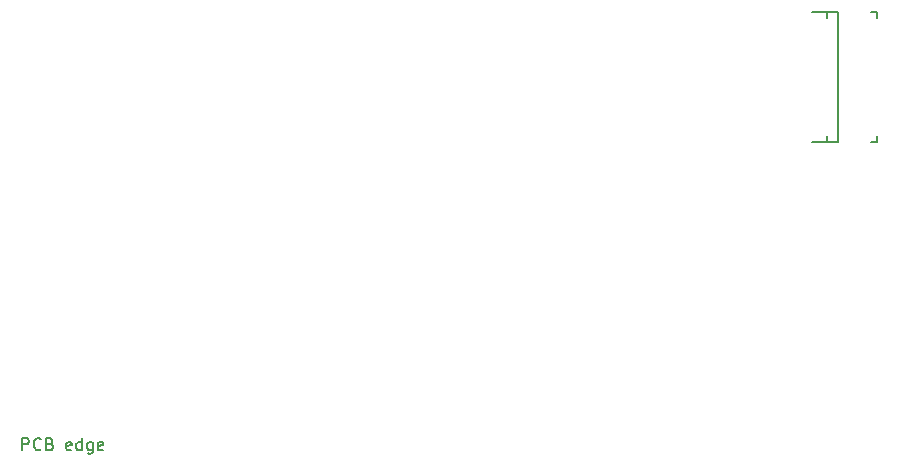
<source format=gbr>
%TF.GenerationSoftware,KiCad,Pcbnew,7.0.9*%
%TF.CreationDate,2024-02-28T20:27:22+01:00*%
%TF.ProjectId,logger_pcb_kicad,6c6f6767-6572-45f7-9063-625f6b696361,rev?*%
%TF.SameCoordinates,Original*%
%TF.FileFunction,OtherDrawing,Comment*%
%FSLAX46Y46*%
G04 Gerber Fmt 4.6, Leading zero omitted, Abs format (unit mm)*
G04 Created by KiCad (PCBNEW 7.0.9) date 2024-02-28 20:27:22*
%MOMM*%
%LPD*%
G01*
G04 APERTURE LIST*
%ADD10C,0.150000*%
G04 APERTURE END LIST*
D10*
X127445238Y-136104819D02*
X127445238Y-135104819D01*
X127445238Y-135104819D02*
X127826190Y-135104819D01*
X127826190Y-135104819D02*
X127921428Y-135152438D01*
X127921428Y-135152438D02*
X127969047Y-135200057D01*
X127969047Y-135200057D02*
X128016666Y-135295295D01*
X128016666Y-135295295D02*
X128016666Y-135438152D01*
X128016666Y-135438152D02*
X127969047Y-135533390D01*
X127969047Y-135533390D02*
X127921428Y-135581009D01*
X127921428Y-135581009D02*
X127826190Y-135628628D01*
X127826190Y-135628628D02*
X127445238Y-135628628D01*
X129016666Y-136009580D02*
X128969047Y-136057200D01*
X128969047Y-136057200D02*
X128826190Y-136104819D01*
X128826190Y-136104819D02*
X128730952Y-136104819D01*
X128730952Y-136104819D02*
X128588095Y-136057200D01*
X128588095Y-136057200D02*
X128492857Y-135961961D01*
X128492857Y-135961961D02*
X128445238Y-135866723D01*
X128445238Y-135866723D02*
X128397619Y-135676247D01*
X128397619Y-135676247D02*
X128397619Y-135533390D01*
X128397619Y-135533390D02*
X128445238Y-135342914D01*
X128445238Y-135342914D02*
X128492857Y-135247676D01*
X128492857Y-135247676D02*
X128588095Y-135152438D01*
X128588095Y-135152438D02*
X128730952Y-135104819D01*
X128730952Y-135104819D02*
X128826190Y-135104819D01*
X128826190Y-135104819D02*
X128969047Y-135152438D01*
X128969047Y-135152438D02*
X129016666Y-135200057D01*
X129778571Y-135581009D02*
X129921428Y-135628628D01*
X129921428Y-135628628D02*
X129969047Y-135676247D01*
X129969047Y-135676247D02*
X130016666Y-135771485D01*
X130016666Y-135771485D02*
X130016666Y-135914342D01*
X130016666Y-135914342D02*
X129969047Y-136009580D01*
X129969047Y-136009580D02*
X129921428Y-136057200D01*
X129921428Y-136057200D02*
X129826190Y-136104819D01*
X129826190Y-136104819D02*
X129445238Y-136104819D01*
X129445238Y-136104819D02*
X129445238Y-135104819D01*
X129445238Y-135104819D02*
X129778571Y-135104819D01*
X129778571Y-135104819D02*
X129873809Y-135152438D01*
X129873809Y-135152438D02*
X129921428Y-135200057D01*
X129921428Y-135200057D02*
X129969047Y-135295295D01*
X129969047Y-135295295D02*
X129969047Y-135390533D01*
X129969047Y-135390533D02*
X129921428Y-135485771D01*
X129921428Y-135485771D02*
X129873809Y-135533390D01*
X129873809Y-135533390D02*
X129778571Y-135581009D01*
X129778571Y-135581009D02*
X129445238Y-135581009D01*
X131588095Y-136057200D02*
X131492857Y-136104819D01*
X131492857Y-136104819D02*
X131302381Y-136104819D01*
X131302381Y-136104819D02*
X131207143Y-136057200D01*
X131207143Y-136057200D02*
X131159524Y-135961961D01*
X131159524Y-135961961D02*
X131159524Y-135581009D01*
X131159524Y-135581009D02*
X131207143Y-135485771D01*
X131207143Y-135485771D02*
X131302381Y-135438152D01*
X131302381Y-135438152D02*
X131492857Y-135438152D01*
X131492857Y-135438152D02*
X131588095Y-135485771D01*
X131588095Y-135485771D02*
X131635714Y-135581009D01*
X131635714Y-135581009D02*
X131635714Y-135676247D01*
X131635714Y-135676247D02*
X131159524Y-135771485D01*
X132492857Y-136104819D02*
X132492857Y-135104819D01*
X132492857Y-136057200D02*
X132397619Y-136104819D01*
X132397619Y-136104819D02*
X132207143Y-136104819D01*
X132207143Y-136104819D02*
X132111905Y-136057200D01*
X132111905Y-136057200D02*
X132064286Y-136009580D01*
X132064286Y-136009580D02*
X132016667Y-135914342D01*
X132016667Y-135914342D02*
X132016667Y-135628628D01*
X132016667Y-135628628D02*
X132064286Y-135533390D01*
X132064286Y-135533390D02*
X132111905Y-135485771D01*
X132111905Y-135485771D02*
X132207143Y-135438152D01*
X132207143Y-135438152D02*
X132397619Y-135438152D01*
X132397619Y-135438152D02*
X132492857Y-135485771D01*
X133397619Y-135438152D02*
X133397619Y-136247676D01*
X133397619Y-136247676D02*
X133350000Y-136342914D01*
X133350000Y-136342914D02*
X133302381Y-136390533D01*
X133302381Y-136390533D02*
X133207143Y-136438152D01*
X133207143Y-136438152D02*
X133064286Y-136438152D01*
X133064286Y-136438152D02*
X132969048Y-136390533D01*
X133397619Y-136057200D02*
X133302381Y-136104819D01*
X133302381Y-136104819D02*
X133111905Y-136104819D01*
X133111905Y-136104819D02*
X133016667Y-136057200D01*
X133016667Y-136057200D02*
X132969048Y-136009580D01*
X132969048Y-136009580D02*
X132921429Y-135914342D01*
X132921429Y-135914342D02*
X132921429Y-135628628D01*
X132921429Y-135628628D02*
X132969048Y-135533390D01*
X132969048Y-135533390D02*
X133016667Y-135485771D01*
X133016667Y-135485771D02*
X133111905Y-135438152D01*
X133111905Y-135438152D02*
X133302381Y-135438152D01*
X133302381Y-135438152D02*
X133397619Y-135485771D01*
X134254762Y-136057200D02*
X134159524Y-136104819D01*
X134159524Y-136104819D02*
X133969048Y-136104819D01*
X133969048Y-136104819D02*
X133873810Y-136057200D01*
X133873810Y-136057200D02*
X133826191Y-135961961D01*
X133826191Y-135961961D02*
X133826191Y-135581009D01*
X133826191Y-135581009D02*
X133873810Y-135485771D01*
X133873810Y-135485771D02*
X133969048Y-135438152D01*
X133969048Y-135438152D02*
X134159524Y-135438152D01*
X134159524Y-135438152D02*
X134254762Y-135485771D01*
X134254762Y-135485771D02*
X134302381Y-135581009D01*
X134302381Y-135581009D02*
X134302381Y-135676247D01*
X134302381Y-135676247D02*
X133826191Y-135771485D01*
%TO.C,J3*%
X199814600Y-99023200D02*
X199314600Y-99023200D01*
X196514600Y-99023200D02*
X195614600Y-99023200D01*
X195614600Y-99023200D02*
X194314600Y-99023200D01*
X199814600Y-99523200D02*
X199814600Y-99023200D01*
X195614600Y-99523200D02*
X195614600Y-99023200D01*
X199814600Y-109523200D02*
X199814600Y-110023200D01*
X195614600Y-109523200D02*
X195614600Y-110023200D01*
X199814600Y-110023200D02*
X199314600Y-110023200D01*
X196514600Y-110023200D02*
X196514600Y-99023200D01*
X196514600Y-110023200D02*
X195614600Y-110023200D01*
X195614600Y-110023200D02*
X194314600Y-110023200D01*
%TD*%
M02*

</source>
